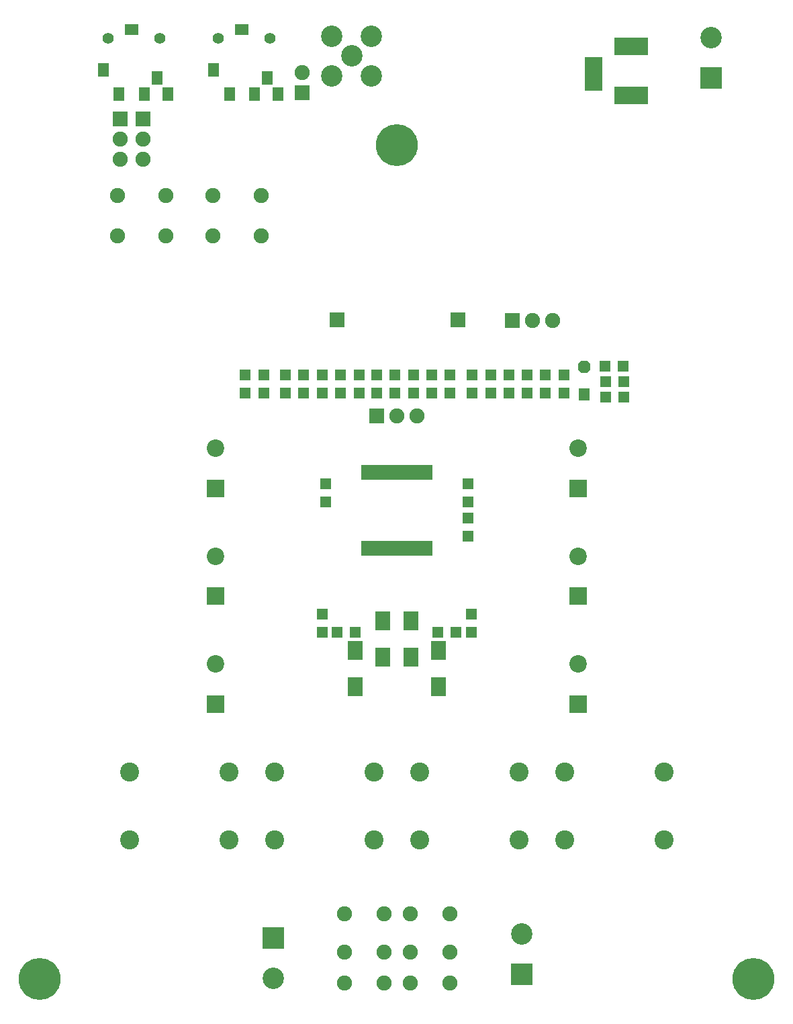
<source format=gbs>
G04*
G04 #@! TF.GenerationSoftware,Altium Limited,Altium Designer,20.0.13 (296)*
G04*
G04 Layer_Color=16711935*
%FSLAX44Y44*%
%MOMM*%
G71*
G01*
G75*
%ADD25R,1.4700X1.4700*%
%ADD28R,1.4700X1.4700*%
%ADD31C,1.9000*%
%ADD32C,5.2800*%
%ADD33C,2.7000*%
%ADD34R,2.2000X4.2000*%
%ADD35R,4.2000X2.2000*%
%ADD36C,2.2000*%
%ADD37R,2.2000X2.2000*%
%ADD38R,1.9000X1.9000*%
%ADD39C,2.4000*%
%ADD40C,1.4000*%
%ADD41R,1.4000X1.7000*%
%ADD42R,1.7000X1.4000*%
%ADD43R,2.7000X2.7000*%
%ADD44R,1.9000X1.9000*%
%ADD79R,0.5000X1.9000*%
%ADD80R,1.4700X1.5970*%
G04:AMPARAMS|DCode=81|XSize=1.597mm|YSize=1.47mm|CornerRadius=0mm|HoleSize=0mm|Usage=FLASHONLY|Rotation=90.000|XOffset=0mm|YOffset=0mm|HoleType=Round|Shape=Octagon|*
%AMOCTAGOND81*
4,1,8,0.3675,0.7985,-0.3675,0.7985,-0.7350,0.4310,-0.7350,-0.4310,-0.3675,-0.7985,0.3675,-0.7985,0.7350,-0.4310,0.7350,0.4310,0.3675,0.7985,0.0*
%
%ADD81OCTAGOND81*%

%ADD82R,1.9500X2.4000*%
D25*
X67225Y810806D02*
D03*
Y787946D02*
D03*
X-167781D02*
D03*
Y810806D02*
D03*
X89916Y607352D02*
D03*
Y630212D02*
D03*
X21139Y810806D02*
D03*
Y787946D02*
D03*
X164479Y810806D02*
D03*
Y787946D02*
D03*
X118392D02*
D03*
Y810806D02*
D03*
X210566D02*
D03*
Y787946D02*
D03*
X89662Y650786D02*
D03*
Y673646D02*
D03*
X-94079Y787946D02*
D03*
Y810806D02*
D03*
X-71035D02*
D03*
Y787946D02*
D03*
X-25132D02*
D03*
Y810806D02*
D03*
X-2088D02*
D03*
Y787946D02*
D03*
X-47498D02*
D03*
Y810806D02*
D03*
X-117122Y787946D02*
D03*
Y810806D02*
D03*
X44182Y787946D02*
D03*
Y810806D02*
D03*
X141436Y787946D02*
D03*
Y810806D02*
D03*
X187523Y787946D02*
D03*
Y810806D02*
D03*
X95250D02*
D03*
Y787946D02*
D03*
X-140166D02*
D03*
Y810806D02*
D03*
X-89662Y650786D02*
D03*
Y673646D02*
D03*
X-190825Y787946D02*
D03*
Y810806D02*
D03*
X-93980Y486448D02*
D03*
Y509308D02*
D03*
X93980D02*
D03*
Y486448D02*
D03*
D28*
X262890Y821982D02*
D03*
X285750D02*
D03*
X263144Y802424D02*
D03*
X286004D02*
D03*
X263144Y782866D02*
D03*
X286004D02*
D03*
X-52070Y486448D02*
D03*
X-74930D02*
D03*
X74930D02*
D03*
X52070D02*
D03*
D31*
X16710Y83681D02*
D03*
X66710D02*
D03*
X-65910Y131680D02*
D03*
X-15910D02*
D03*
X-65910Y44638D02*
D03*
X-15910D02*
D03*
X-118872Y1191514D02*
D03*
X0Y759244D02*
D03*
X25400D02*
D03*
X-170593Y1036428D02*
D03*
Y986428D02*
D03*
X-231470Y1036428D02*
D03*
Y986428D02*
D03*
X-291338Y1036428D02*
D03*
Y986428D02*
D03*
X-352298Y1036428D02*
D03*
Y986428D02*
D03*
X16710Y131680D02*
D03*
X66710D02*
D03*
X-15910Y83681D02*
D03*
X-65910D02*
D03*
X16710Y44638D02*
D03*
X66710D02*
D03*
X-319532Y1107948D02*
D03*
Y1082548D02*
D03*
X-348742Y1107948D02*
D03*
Y1082548D02*
D03*
X170942Y879640D02*
D03*
X196342D02*
D03*
D32*
X0Y1100000D02*
D03*
X-450000Y50000D02*
D03*
X450000D02*
D03*
D33*
X-81896Y1237596D02*
D03*
X-31896D02*
D03*
Y1187596D02*
D03*
X-81896D02*
D03*
X-56896Y1212596D02*
D03*
X-155702Y50038D02*
D03*
X396494Y1235456D02*
D03*
X157734Y105918D02*
D03*
D34*
X248402Y1189752D02*
D03*
D35*
X295402Y1224752D02*
D03*
Y1162752D02*
D03*
D36*
X228600Y446255D02*
D03*
Y582145D02*
D03*
Y718035D02*
D03*
X-228600Y446255D02*
D03*
Y718035D02*
D03*
Y582145D02*
D03*
D37*
X228600Y396255D02*
D03*
Y532145D02*
D03*
Y668035D02*
D03*
X-228600Y396255D02*
D03*
Y668035D02*
D03*
Y532145D02*
D03*
D38*
X-118872Y1166114D02*
D03*
X77216Y880148D02*
D03*
X-319532Y1133348D02*
D03*
X-348742D02*
D03*
X-75184Y880148D02*
D03*
D39*
X-211820Y310000D02*
D03*
Y225000D02*
D03*
X-336820Y310000D02*
D03*
Y225000D02*
D03*
X-153940D02*
D03*
Y310000D02*
D03*
X-28940Y225000D02*
D03*
Y310000D02*
D03*
X153940D02*
D03*
Y225000D02*
D03*
X28940D02*
D03*
Y310000D02*
D03*
X336820D02*
D03*
Y225000D02*
D03*
X211820D02*
D03*
Y310000D02*
D03*
D40*
X-160068Y1234752D02*
D03*
X-225068D02*
D03*
X-298953Y1234752D02*
D03*
X-363954D02*
D03*
D41*
X-150068Y1164752D02*
D03*
X-163068Y1184752D02*
D03*
X-179068Y1164752D02*
D03*
X-211068D02*
D03*
X-231068Y1194752D02*
D03*
X-369953Y1194752D02*
D03*
X-349953Y1164752D02*
D03*
X-317953D02*
D03*
X-301953Y1184752D02*
D03*
X-288953Y1164752D02*
D03*
D42*
X-195068Y1245752D02*
D03*
X-333954Y1245752D02*
D03*
D43*
X-155702Y100838D02*
D03*
X396494Y1184656D02*
D03*
X157734Y55118D02*
D03*
D44*
X-25400Y759244D02*
D03*
X145542Y879640D02*
D03*
D79*
X-42500Y687830D02*
D03*
X-37500D02*
D03*
X-32500D02*
D03*
X-27500D02*
D03*
X-22500D02*
D03*
X-17500Y687830D02*
D03*
X-12500Y687830D02*
D03*
X-7500D02*
D03*
X-2500D02*
D03*
X2500D02*
D03*
X7500D02*
D03*
X12500D02*
D03*
X17500Y687830D02*
D03*
X22500Y687830D02*
D03*
X27500D02*
D03*
X32500D02*
D03*
X37500D02*
D03*
X42500D02*
D03*
Y592330D02*
D03*
X37500D02*
D03*
X32500D02*
D03*
X27500D02*
D03*
X22500D02*
D03*
X17500Y592330D02*
D03*
X12500Y592330D02*
D03*
X7500D02*
D03*
X2500D02*
D03*
X-2500D02*
D03*
X-7500D02*
D03*
X-12500D02*
D03*
X-17500Y592330D02*
D03*
X-22500Y592330D02*
D03*
X-27500D02*
D03*
X-32500D02*
D03*
X-37500D02*
D03*
X-42500D02*
D03*
D80*
X236728Y786549D02*
D03*
D81*
Y820839D02*
D03*
D82*
X52324Y417982D02*
D03*
Y463982D02*
D03*
X-17780Y500952D02*
D03*
Y454952D02*
D03*
X-52324Y417982D02*
D03*
Y463982D02*
D03*
X17780Y500952D02*
D03*
Y454952D02*
D03*
M02*

</source>
